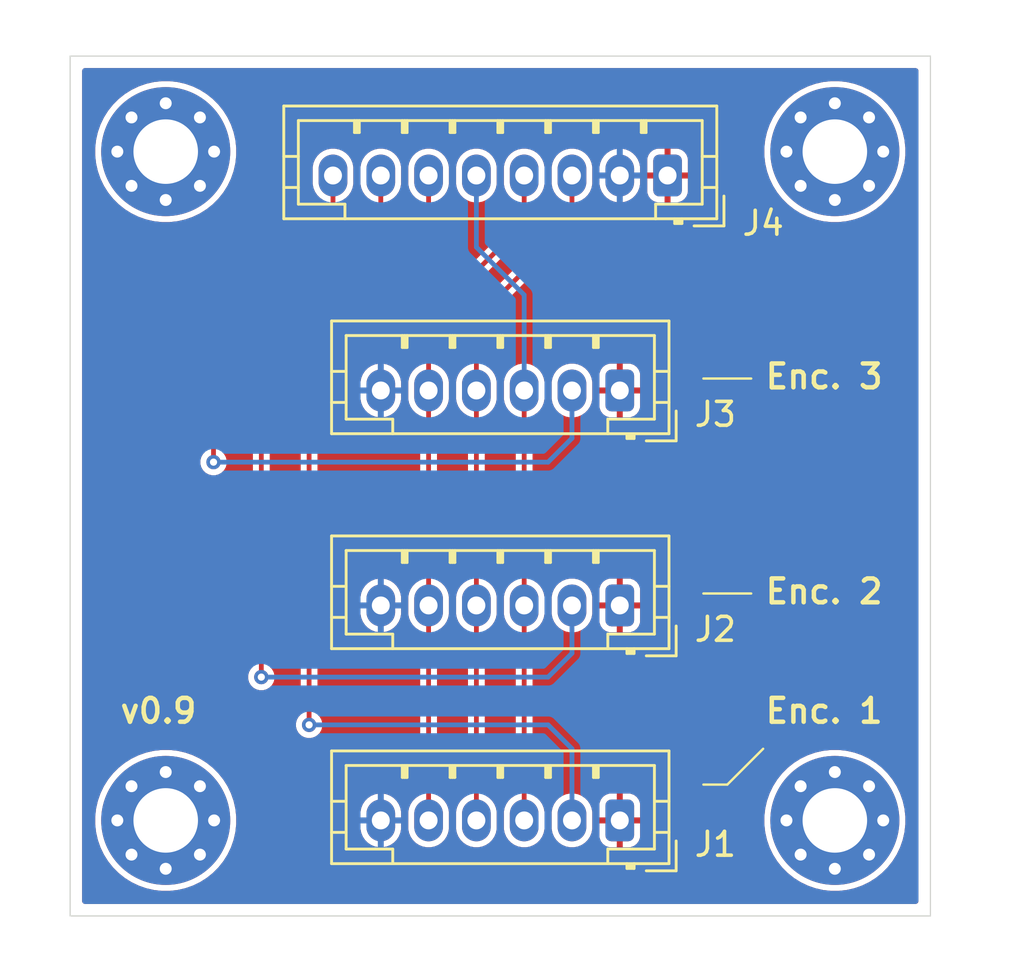
<source format=kicad_pcb>
(kicad_pcb (version 20241229) (generator "pcbnew") (generator_version "9.0")
  (layers (0 "F.Cu" signal) (2 "B.Cu" signal) (13 "F.Paste" user) (15 "B.Paste" user) (5 "F.SilkS" user "F.Silkscreen") (7 "B.SilkS" user "B.Silkscreen") (1 "F.Mask" user) (3 "B.Mask" user) (25 "Edge.Cuts" user))
  (net 0 "")
  (net 1 "/Encoder3_CS")
  (net 2 "+3.3V")
  (net 3 "/Encoder_MISO")
  (net 4 "GND")
  (net 5 "/Encoder2_CS")
  (net 6 "/Encoder1_CS")
  (net 7 "/Encoder_MOSI")
  (net 8 "/Encoder_SCK")
  (footprint "Connector_JST:JST_PH_B8B-PH-K_1x08_P2.00mm_Vertical" (layer "F.Cu") (at 159 79 180)
    (property "Reference" "J4" (at -4 -2 0) (layer "F.SilkS"))
    (property "Value" "Conn_01x08_Pin")
    (fp_line (start 16.06 2.91) (end 16.06 -1.81) (stroke (width 0.12)) (layer "F.SilkS"))
    (fp_line (start 16.06 0.8) (end 15.45 0.8) (stroke (width 0.12)) (layer "F.SilkS"))
    (fp_line (start 16.06 -0.5) (end 15.45 -0.5) (stroke (width 0.12)) (layer "F.SilkS"))
    (fp_line (start 16.06 -1.81) (end -2.06 -1.81) (stroke (width 0.12)) (layer "F.SilkS"))
    (fp_line (start 15.45 2.3) (end 15.45 -1.2) (stroke (width 0.12)) (layer "F.SilkS"))
    (fp_line (start 15.45 -1.2) (end 13.5 -1.2) (stroke (width 0.12)) (layer "F.SilkS"))
    (fp_line (start 13.5 -1.2) (end 13.5 -1.81) (stroke (width 0.12)) (layer "F.SilkS"))
    (fp_line (start 13.1 1.8) (end 13.1 2.3) (stroke (width 0.12)) (layer "F.SilkS"))
    (fp_line (start 13 2.3) (end 13 1.8) (stroke (width 0.12)) (layer "F.SilkS"))
    (fp_line (start 12.9 2.3) (end 12.9 1.8) (stroke (width 0.12)) (layer "F.SilkS"))
    (fp_line (start 12.9 1.8) (end 13.1 1.8) (stroke (width 0.12)) (layer "F.SilkS"))
    (fp_line (start 11.1 1.8) (end 11.1 2.3) (stroke (width 0.12)) (layer "F.SilkS"))
    (fp_line (start 11 2.3) (end 11 1.8) (stroke (width 0.12)) (layer "F.SilkS"))
    (fp_line (start 10.9 2.3) (end 10.9 1.8) (stroke (width 0.12)) (layer "F.SilkS"))
    (fp_line (start 10.9 1.8) (end 11.1 1.8) (stroke (width 0.12)) (layer "F.SilkS"))
    (fp_line (start 9.1 1.8) (end 9.1 2.3) (stroke (width 0.12)) (layer "F.SilkS"))
    (fp_line (start 9 2.3) (end 9 1.8) (stroke (width 0.12)) (layer "F.SilkS"))
    (fp_line (start 8.9 2.3) (end 8.9 1.8) (stroke (width 0.12)) (layer "F.SilkS"))
    (fp_line (start 8.9 1.8) (end 9.1 1.8) (stroke (width 0.12)) (layer "F.SilkS"))
    (fp_line (start 7.1 1.8) (end 7.1 2.3) (stroke (width 0.12)) (layer "F.SilkS"))
    (fp_line (start 7 2.3) (end 7 1.8) (stroke (width 0.12)) (layer "F.SilkS"))
    (fp_line (start 6.9 2.3) (end 6.9 1.8) (stroke (width 0.12)) (layer "F.SilkS"))
    (fp_line (start 6.9 1.8) (end 7.1 1.8) (stroke (width 0.12)) (layer "F.SilkS"))
    (fp_line (start 5.1 1.8) (end 5.1 2.3) (stroke (width 0.12)) (layer "F.SilkS"))
    (fp_line (start 5 2.3) (end 5 1.8) (stroke (width 0.12)) (layer "F.SilkS"))
    (fp_line (start 4.9 2.3) (end 4.9 1.8) (stroke (width 0.12)) (layer "F.SilkS"))
    (fp_line (start 4.9 1.8) (end 5.1 1.8) (stroke (width 0.12)) (layer "F.SilkS"))
    (fp_line (start 3.1 1.8) (end 3.1 2.3) (stroke (width 0.12)) (layer "F.SilkS"))
    (fp_line (start 3 2.3) (end 3 1.8) (stroke (width 0.12)) (layer "F.SilkS"))
    (fp_line (start 2.9 2.3) (end 2.9 1.8) (stroke (width 0.12)) (layer "F.SilkS"))
    (fp_line (start 2.9 1.8) (end 3.1 1.8) (stroke (width 0.12)) (layer "F.SilkS"))
    (fp_line (start 1.1 1.8) (end 1.1 2.3) (stroke (width 0.12)) (layer "F.SilkS"))
    (fp_line (start 1 2.3) (end 1 1.8) (stroke (width 0.12)) (layer "F.SilkS"))
    (fp_line (start 0.9 2.3) (end 0.9 1.8) (stroke (width 0.12)) (layer "F.SilkS"))
    (fp_line (start 0.9 1.8) (end 1.1 1.8) (stroke (width 0.12)) (layer "F.SilkS"))
    (fp_line (start 0.5 -1.2) (end -1.45 -1.2) (stroke (width 0.12)) (layer "F.SilkS"))
    (fp_line (start 0.5 -1.81) (end 0.5 -1.2) (stroke (width 0.12)) (layer "F.SilkS"))
    (fp_line (start -0.3 -1.81) (end -0.3 -2.01) (stroke (width 0.12)) (layer "F.SilkS"))
    (fp_line (start -0.3 -1.91) (end -0.6 -1.91) (stroke (width 0.12)) (layer "F.SilkS"))
    (fp_line (start -0.3 -2.01) (end -0.6 -2.01) (stroke (width 0.12)) (layer "F.SilkS"))
    (fp_line (start -0.6 -2.01) (end -0.6 -1.81) (stroke (width 0.12)) (layer "F.SilkS"))
    (fp_line (start -1.11 -2.11) (end -2.36 -2.11) (stroke (width 0.12)) (layer "F.SilkS"))
    (fp_line (start -1.45 2.3) (end 15.45 2.3) (stroke (width 0.12)) (layer "F.SilkS"))
    (fp_line (start -1.45 -1.2) (end -1.45 2.3) (stroke (width 0.12)) (layer "F.SilkS"))
    (fp_line (start -2.06 2.91) (end 16.06 2.91) (stroke (width 0.12)) (layer "F.SilkS"))
    (fp_line (start -2.06 0.8) (end -1.45 0.8) (stroke (width 0.12)) (layer "F.SilkS"))
    (fp_line (start -2.06 -0.5) (end -1.45 -0.5) (stroke (width 0.12)) (layer "F.SilkS"))
    (fp_line (start -2.06 -1.81) (end -2.06 2.91) (stroke (width 0.12)) (layer "F.SilkS"))
    (fp_line (start -2.36 -2.11) (end -2.36 -0.86) (stroke (width 0.12)) (layer "F.SilkS"))
    (pad "1" thru_hole roundrect (at 0 0 180) (size 1.2 1.75) (drill 0.75) (layers "*.Cu" "*.Mask") (roundrect_rratio 0.208333) (net 4 "GND"))
    (pad "2" thru_hole oval (at 2 0 180) (size 1.2 1.75) (drill 0.75) (layers "*.Cu" "*.Mask") (net 2 "+3.3V"))
    (pad "3" thru_hole oval (at 4 0 180) (size 1.2 1.75) (drill 0.75) (layers "*.Cu" "*.Mask") (net 7 "/Encoder_MOSI"))
    (pad "4" thru_hole oval (at 6 0 180) (size 1.2 1.75) (drill 0.75) (layers "*.Cu" "*.Mask") (net 3 "/Encoder_MISO"))
    (pad "5" thru_hole oval (at 8 0 180) (size 1.2 1.75) (drill 0.75) (layers "*.Cu" "*.Mask") (net 8 "/Encoder_SCK"))
    (pad "6" thru_hole oval (at 10 0 180) (size 1.2 1.75) (drill 0.75) (layers "*.Cu" "*.Mask") (net 6 "/Encoder1_CS"))
    (pad "7" thru_hole oval (at 12 0 180) (size 1.2 1.75) (drill 0.75) (layers "*.Cu" "*.Mask") (net 5 "/Encoder2_CS"))
    (pad "8" thru_hole oval (at 14 0 180) (size 1.2 1.75) (drill 0.75) (layers "*.Cu" "*.Mask") (net 1 "/Encoder3_CS"))
  )
  (footprint "MountingHole:MountingHole_2.7mm_M2.5_Pad_Via" (layer "F.Cu") (at 166 78)
    (property "Reference" "H2" (hide yes))
    (property "Value" "MountingHole_Pad")
    (pad "1" thru_hole circle (at -2.025 0) (size 0.8 0.8) (drill 0.5) (layers "*.Cu" "*.Mask"))
    (pad "1" thru_hole circle (at -1.431891 -1.431891) (size 0.8 0.8) (drill 0.5) (layers "*.Cu" "*.Mask"))
    (pad "1" thru_hole circle (at -1.431891 1.431891) (size 0.8 0.8) (drill 0.5) (layers "*.Cu" "*.Mask"))
    (pad "1" thru_hole circle (at 0 -2.025) (size 0.8 0.8) (drill 0.5) (layers "*.Cu" "*.Mask"))
    (pad "1" thru_hole circle (at 0 0) (size 5.4 5.4) (drill 2.7) (layers "*.Cu" "*.Mask"))
    (pad "1" thru_hole circle (at 0 2.025) (size 0.8 0.8) (drill 0.5) (layers "*.Cu" "*.Mask"))
    (pad "1" thru_hole circle (at 1.431891 -1.431891) (size 0.8 0.8) (drill 0.5) (layers "*.Cu" "*.Mask"))
    (pad "1" thru_hole circle (at 1.431891 1.431891) (size 0.8 0.8) (drill 0.5) (layers "*.Cu" "*.Mask"))
    (pad "1" thru_hole circle (at 2.025 0) (size 0.8 0.8) (drill 0.5) (layers "*.Cu" "*.Mask"))
  )
  (footprint "Connector_JST:JST_PH_B6B-PH-K_1x06_P2.00mm_Vertical" (layer "F.Cu") (at 157 88 180)
    (property "Reference" "J3" (at -4 -1 0) (layer "F.SilkS"))
    (property "Value" "Conn_01x06_Pin")
    (fp_line (start 12.06 2.91) (end 12.06 -1.81) (stroke (width 0.12)) (layer "F.SilkS"))
    (fp_line (start 12.06 0.8) (end 11.45 0.8) (stroke (width 0.12)) (layer "F.SilkS"))
    (fp_line (start 12.06 -0.5) (end 11.45 -0.5) (stroke (width 0.12)) (layer "F.SilkS"))
    (fp_line (start 12.06 -1.81) (end -2.06 -1.81) (stroke (width 0.12)) (layer "F.SilkS"))
    (fp_line (start 11.45 2.3) (end 11.45 -1.2) (stroke (width 0.12)) (layer "F.SilkS"))
    (fp_line (start 11.45 -1.2) (end 9.5 -1.2) (stroke (width 0.12)) (layer "F.SilkS"))
    (fp_line (start 9.5 -1.2) (end 9.5 -1.81) (stroke (width 0.12)) (layer "F.SilkS"))
    (fp_line (start 9.1 1.8) (end 9.1 2.3) (stroke (width 0.12)) (layer "F.SilkS"))
    (fp_line (start 9 2.3) (end 9 1.8) (stroke (width 0.12)) (layer "F.SilkS"))
    (fp_line (start 8.9 2.3) (end 8.9 1.8) (stroke (width 0.12)) (layer "F.SilkS"))
    (fp_line (start 8.9 1.8) (end 9.1 1.8) (stroke (width 0.12)) (layer "F.SilkS"))
    (fp_line (start 7.1 1.8) (end 7.1 2.3) (stroke (width 0.12)) (layer "F.SilkS"))
    (fp_line (start 7 2.3) (end 7 1.8) (stroke (width 0.12)) (layer "F.SilkS"))
    (fp_line (start 6.9 2.3) (end 6.9 1.8) (stroke (width 0.12)) (layer "F.SilkS"))
    (fp_line (start 6.9 1.8) (end 7.1 1.8) (stroke (width 0.12)) (layer "F.SilkS"))
    (fp_line (start 5.1 1.8) (end 5.1 2.3) (stroke (width 0.12)) (layer "F.SilkS"))
    (fp_line (start 5 2.3) (end 5 1.8) (stroke (width 0.12)) (layer "F.SilkS"))
    (fp_line (start 4.9 2.3) (end 4.9 1.8) (stroke (width 0.12)) (layer "F.SilkS"))
    (fp_line (start 4.9 1.8) (end 5.1 1.8) (stroke (width 0.12)) (layer "F.SilkS"))
    (fp_line (start 3.1 1.8) (end 3.1 2.3) (stroke (width 0.12)) (layer "F.SilkS"))
    (fp_line (start 3 2.3) (end 3 1.8) (stroke (width 0.12)) (layer "F.SilkS"))
    (fp_line (start 2.9 2.3) (end 2.9 1.8) (stroke (width 0.12)) (layer "F.SilkS"))
    (fp_line (start 2.9 1.8) (end 3.1 1.8) (stroke (width 0.12)) (layer "F.SilkS"))
    (fp_line (start 1.1 1.8) (end 1.1 2.3) (stroke (width 0.12)) (layer "F.SilkS"))
    (fp_line (start 1 2.3) (end 1 1.8) (stroke (width 0.12)) (layer "F.SilkS"))
    (fp_line (start 0.9 2.3) (end 0.9 1.8) (stroke (width 0.12)) (layer "F.SilkS"))
    (fp_line (start 0.9 1.8) (end 1.1 1.8) (stroke (width 0.12)) (layer "F.SilkS"))
    (fp_line (start 0.5 -1.2) (end -1.45 -1.2) (stroke (width 0.12)) (layer "F.SilkS"))
    (fp_line (start 0.5 -1.81) (end 0.5 -1.2) (stroke (width 0.12)) (layer "F.SilkS"))
    (fp_line (start -0.3 -1.81) (end -0.3 -2.01) (stroke (width 0.12)) (layer "F.SilkS"))
    (fp_line (start -0.3 -1.91) (end -0.6 -1.91) (stroke (width 0.12)) (layer "F.SilkS"))
    (fp_line (start -0.3 -2.01) (end -0.6 -2.01) (stroke (width 0.12)) (layer "F.SilkS"))
    (fp_line (start -0.6 -2.01) (end -0.6 -1.81) (stroke (width 0.12)) (layer "F.SilkS"))
    (fp_line (start -1.11 -2.11) (end -2.36 -2.11) (stroke (width 0.12)) (layer "F.SilkS"))
    (fp_line (start -1.45 2.3) (end 11.45 2.3) (stroke (width 0.12)) (layer "F.SilkS"))
    (fp_line (start -1.45 -1.2) (end -1.45 2.3) (stroke (width 0.12)) (layer "F.SilkS"))
    (fp_line (start -2.06 2.91) (end 12.06 2.91) (stroke (width 0.12)) (layer "F.SilkS"))
    (fp_line (start -2.06 0.8) (end -1.45 0.8) (stroke (width 0.12)) (layer "F.SilkS"))
    (fp_line (start -2.06 -0.5) (end -1.45 -0.5) (stroke (width 0.12)) (layer "F.SilkS"))
    (fp_line (start -2.06 -1.81) (end -2.06 2.91) (stroke (width 0.12)) (layer "F.SilkS"))
    (fp_line (start -2.36 -2.11) (end -2.36 -0.86) (stroke (width 0.12)) (layer "F.SilkS"))
    (pad "1" thru_hole roundrect (at 0 0 180) (size 1.2 1.75) (drill 0.75) (layers "*.Cu" "*.Mask") (roundrect_rratio 0.208333) (net 4 "GND"))
    (pad "2" thru_hole oval (at 2 0 180) (size 1.2 1.75) (drill 0.75) (layers "*.Cu" "*.Mask") (net 1 "/Encoder3_CS"))
    (pad "3" thru_hole oval (at 4 0 180) (size 1.2 1.75) (drill 0.75) (layers "*.Cu" "*.Mask") (net 8 "/Encoder_SCK"))
    (pad "4" thru_hole oval (at 6 0 180) (size 1.2 1.75) (drill 0.75) (layers "*.Cu" "*.Mask") (net 7 "/Encoder_MOSI"))
    (pad "5" thru_hole oval (at 8 0 180) (size 1.2 1.75) (drill 0.75) (layers "*.Cu" "*.Mask") (net 3 "/Encoder_MISO"))
    (pad "6" thru_hole oval (at 10 0 180) (size 1.2 1.75) (drill 0.75) (layers "*.Cu" "*.Mask") (net 2 "+3.3V"))
  )
  (footprint "MountingHole:MountingHole_2.7mm_M2.5_Pad_Via" (layer "F.Cu") (at 138 106)
    (property "Reference" "H3" (hide yes))
    (property "Value" "MountingHole_Pad")
    (pad "1" thru_hole circle (at -2.025 0) (size 0.8 0.8) (drill 0.5) (layers "*.Cu" "*.Mask"))
    (pad "1" thru_hole circle (at -1.431891 -1.431891) (size 0.8 0.8) (drill 0.5) (layers "*.Cu" "*.Mask"))
    (pad "1" thru_hole circle (at -1.431891 1.431891) (size 0.8 0.8) (drill 0.5) (layers "*.Cu" "*.Mask"))
    (pad "1" thru_hole circle (at 0 -2.025) (size 0.8 0.8) (drill 0.5) (layers "*.Cu" "*.Mask"))
    (pad "1" thru_hole circle (at 0 0) (size 5.4 5.4) (drill 2.7) (layers "*.Cu" "*.Mask"))
    (pad "1" thru_hole circle (at 0 2.025) (size 0.8 0.8) (drill 0.5) (layers "*.Cu" "*.Mask"))
    (pad "1" thru_hole circle (at 1.431891 -1.431891) (size 0.8 0.8) (drill 0.5) (layers "*.Cu" "*.Mask"))
    (pad "1" thru_hole circle (at 1.431891 1.431891) (size 0.8 0.8) (drill 0.5) (layers "*.Cu" "*.Mask"))
    (pad "1" thru_hole circle (at 2.025 0) (size 0.8 0.8) (drill 0.5) (layers "*.Cu" "*.Mask"))
  )
  (footprint "MountingHole:MountingHole_2.7mm_M2.5_Pad_Via" (layer "F.Cu") (at 138 78)
    (property "Reference" "H1" (hide yes))
    (property "Value" "MountingHole_Pad")
    (pad "1" thru_hole circle (at -2.025 0) (size 0.8 0.8) (drill 0.5) (layers "*.Cu" "*.Mask"))
    (pad "1" thru_hole circle (at -1.431891 -1.431891) (size 0.8 0.8) (drill 0.5) (layers "*.Cu" "*.Mask"))
    (pad "1" thru_hole circle (at -1.431891 1.431891) (size 0.8 0.8) (drill 0.5) (layers "*.Cu" "*.Mask"))
    (pad "1" thru_hole circle (at 0 -2.025) (size 0.8 0.8) (drill 0.5) (layers "*.Cu" "*.Mask"))
    (pad "1" thru_hole circle (at 0 0) (size 5.4 5.4) (drill 2.7) (layers "*.Cu" "*.Mask"))
    (pad "1" thru_hole circle (at 0 2.025) (size 0.8 0.8) (drill 0.5) (layers "*.Cu" "*.Mask"))
    (pad "1" thru_hole circle (at 1.431891 -1.431891) (size 0.8 0.8) (drill 0.5) (layers "*.Cu" "*.Mask"))
    (pad "1" thru_hole circle (at 1.431891 1.431891) (size 0.8 0.8) (drill 0.5) (layers "*.Cu" "*.Mask"))
    (pad "1" thru_hole circle (at 2.025 0) (size 0.8 0.8) (drill 0.5) (layers "*.Cu" "*.Mask"))
  )
  (footprint "Connector_JST:JST_PH_B6B-PH-K_1x06_P2.00mm_Vertical" (layer "F.Cu") (at 157 97 180)
    (property "Reference" "J2" (at -4 -1 0) (layer "F.SilkS"))
    (property "Value" "Conn_01x06_Pin")
    (fp_line (start 12.06 2.91) (end 12.06 -1.81) (stroke (width 0.12)) (layer "F.SilkS"))
    (fp_line (start 12.06 0.8) (end 11.45 0.8) (stroke (width 0.12)) (layer "F.SilkS"))
    (fp_line (start 12.06 -0.5) (end 11.45 -0.5) (stroke (width 0.12)) (layer "F.SilkS"))
    (fp_line (start 12.06 -1.81) (end -2.06 -1.81) (stroke (width 0.12)) (layer "F.SilkS"))
    (fp_line (start 11.45 2.3) (end 11.45 -1.2) (stroke (width 0.12)) (layer "F.SilkS"))
    (fp_line (start 11.45 -1.2) (end 9.5 -1.2) (stroke (width 0.12)) (layer "F.SilkS"))
    (fp_line (start 9.5 -1.2) (end 9.5 -1.81) (stroke (width 0.12)) (layer "F.SilkS"))
    (fp_line (start 9.1 1.8) (end 9.1 2.3) (stroke (width 0.12)) (layer "F.SilkS"))
    (fp_line (start 9 2.3) (end 9 1.8) (stroke (width 0.12)) (layer "F.SilkS"))
    (fp_line (start 8.9 2.3) (end 8.9 1.8) (stroke (width 0.12)) (layer "F.SilkS"))
    (fp_line (start 8.9 1.8) (end 9.1 1.8) (stroke (width 0.12)) (layer "F.SilkS"))
    (fp_line (start 7.1 1.8) (end 7.1 2.3) (stroke (width 0.12)) (layer "F.SilkS"))
    (fp_line (start 7 2.3) (end 7 1.8) (stroke (width 0.12)) (layer "F.SilkS"))
    (fp_line (start 6.9 2.3) (end 6.9 1.8) (stroke (width 0.12)) (layer "F.SilkS"))
    (fp_line (start 6.9 1.8) (end 7.1 1.8) (stroke (width 0.12)) (layer "F.SilkS"))
    (fp_line (start 5.1 1.8) (end 5.1 2.3) (stroke (width 0.12)) (layer "F.SilkS"))
    (fp_line (start 5 2.3) (end 5 1.8) (stroke (width 0.12)) (layer "F.SilkS"))
    (fp_line (start 4.9 2.3) (end 4.9 1.8) (stroke (width 0.12)) (layer "F.SilkS"))
    (fp_line (start 4.9 1.8) (end 5.1 1.8) (stroke (width 0.12)) (layer "F.SilkS"))
    (fp_line (start 3.1 1.8) (end 3.1 2.3) (stroke (width 0.12)) (layer "F.SilkS"))
    (fp_line (start 3 2.3) (end 3 1.8) (stroke (width 0.12)) (layer "F.SilkS"))
    (fp_line (start 2.9 2.3) (end 2.9 1.8) (stroke (width 0.12)) (layer "F.SilkS"))
    (fp_line (start 2.9 1.8) (end 3.1 1.8) (stroke (width 0.12)) (layer "F.SilkS"))
    (fp_line (start 1.1 1.8) (end 1.1 2.3) (stroke (width 0.12)) (layer "F.SilkS"))
    (fp_line (start 1 2.3) (end 1 1.8) (stroke (width 0.12)) (layer "F.SilkS"))
    (fp_line (start 0.9 2.3) (end 0.9 1.8) (stroke (width 0.12)) (layer "F.SilkS"))
    (fp_line (start 0.9 1.8) (end 1.1 1.8) (stroke (width 0.12)) (layer "F.SilkS"))
    (fp_line (start 0.5 -1.2) (end -1.45 -1.2) (stroke (width 0.12)) (layer "F.SilkS"))
    (fp_line (start 0.5 -1.81) (end 0.5 -1.2) (stroke (width 0.12)) (layer "F.SilkS"))
    (fp_line (start -0.3 -1.81) (end -0.3 -2.01) (stroke (width 0.12)) (layer "F.SilkS"))
    (fp_line (start -0.3 -1.91) (end -0.6 -1.91) (stroke (width 0.12)) (layer "F.SilkS"))
    (fp_line (start -0.3 -2.01) (end -0.6 -2.01) (stroke (width 0.12)) (layer "F.SilkS"))
    (fp_line (start -0.6 -2.01) (end -0.6 -1.81) (stroke (width 0.12)) (layer "F.SilkS"))
    (fp_line (start -1.11 -2.11) (end -2.36 -2.11) (stroke (width 0.12)) (layer "F.SilkS"))
    (fp_line (start -1.45 2.3) (end 11.45 2.3) (stroke (width 0.12)) (layer "F.SilkS"))
    (fp_line (start -1.45 -1.2) (end -1.45 2.3) (stroke (width 0.12)) (layer "F.SilkS"))
    (fp_line (start -2.06 2.91) (end 12.06 2.91) (stroke (width 0.12)) (layer "F.SilkS"))
    (fp_line (start -2.06 0.8) (end -1.45 0.8) (stroke (width 0.12)) (layer "F.SilkS"))
    (fp_line (start -2.06 -0.5) (end -1.45 -0.5) (stroke (width 0.12)) (layer "F.SilkS"))
    (fp_line (start -2.06 -1.81) (end -2.06 2.91) (stroke (width 0.12)) (layer "F.SilkS"))
    (fp_line (start -2.36 -2.11) (end -2.36 -0.86) (stroke (width 0.12)) (layer "F.SilkS"))
    (pad "1" thru_hole roundrect (at 0 0 180) (size 1.2 1.75) (drill 0.75) (layers "*.Cu" "*.Mask") (roundrect_rratio 0.208333) (net 4 "GND"))
    (pad "2" thru_hole oval (at 2 0 180) (size 1.2 1.75) (drill 0.75) (layers "*.Cu" "*.Mask") (net 5 "/Encoder2_CS"))
    (pad "3" thru_hole oval (at 4 0 180) (size 1.2 1.75) (drill 0.75) (layers "*.Cu" "*.Mask") (net 8 "/Encoder_SCK"))
    (pad "4" thru_hole oval (at 6 0 180) (size 1.2 1.75) (drill 0.75) (layers "*.Cu" "*.Mask") (net 7 "/Encoder_MOSI"))
    (pad "5" thru_hole oval (at 8 0 180) (size 1.2 1.75) (drill 0.75) (layers "*.Cu" "*.Mask") (net 3 "/Encoder_MISO"))
    (pad "6" thru_hole oval (at 10 0 180) (size 1.2 1.75) (drill 0.75) (layers "*.Cu" "*.Mask") (net 2 "+3.3V"))
  )
  (footprint "MountingHole:MountingHole_2.7mm_M2.5_Pad_Via" (layer "F.Cu") (at 166 106)
    (property "Reference" "H4" (hide yes))
    (property "Value" "MountingHole_Pad")
    (pad "1" thru_hole circle (at -2.025 0) (size 0.8 0.8) (drill 0.5) (layers "*.Cu" "*.Mask"))
    (pad "1" thru_hole circle (at -1.431891 -1.431891) (size 0.8 0.8) (drill 0.5) (layers "*.Cu" "*.Mask"))
    (pad "1" thru_hole circle (at -1.431891 1.431891) (size 0.8 0.8) (drill 0.5) (layers "*.Cu" "*.Mask"))
    (pad "1" thru_hole circle (at 0 -2.025) (size 0.8 0.8) (drill 0.5) (layers "*.Cu" "*.Mask"))
    (pad "1" thru_hole circle (at 0 0) (size 5.4 5.4) (drill 2.7) (layers "*.Cu" "*.Mask"))
    (pad "1" thru_hole circle (at 0 2.025) (size 0.8 0.8) (drill 0.5) (layers "*.Cu" "*.Mask"))
    (pad "1" thru_hole circle (at 1.431891 -1.431891) (size 0.8 0.8) (drill 0.5) (layers "*.Cu" "*.Mask"))
    (pad "1" thru_hole circle (at 1.431891 1.431891) (size 0.8 0.8) (drill 0.5) (layers "*.Cu" "*.Mask"))
    (pad "1" thru_hole circle (at 2.025 0) (size 0.8 0.8) (drill 0.5) (layers "*.Cu" "*.Mask"))
  )
  (footprint "Connector_JST:JST_PH_B6B-PH-K_1x06_P2.00mm_Vertical" (layer "F.Cu") (at 157 106 180)
    (property "Reference" "J1" (at -4 -1 0) (layer "F.SilkS"))
    (property "Value" "Conn_01x06_Pin")
    (fp_line (start 12.06 2.91) (end 12.06 -1.81) (stroke (width 0.12)) (layer "F.SilkS"))
    (fp_line (start 12.06 0.8) (end 11.45 0.8) (stroke (width 0.12)) (layer "F.SilkS"))
    (fp_line (start 12.06 -0.5) (end 11.45 -0.5) (stroke (width 0.12)) (layer "F.SilkS"))
    (fp_line (start 12.06 -1.81) (end -2.06 -1.81) (stroke (width 0.12)) (layer "F.SilkS"))
    (fp_line (start 11.45 2.3) (end 11.45 -1.2) (stroke (width 0.12)) (layer "F.SilkS"))
    (fp_line (start 11.45 -1.2) (end 9.5 -1.2) (stroke (width 0.12)) (layer "F.SilkS"))
    (fp_line (start 9.5 -1.2) (end 9.5 -1.81) (stroke (width 0.12)) (layer "F.SilkS"))
    (fp_line (start 9.1 1.8) (end 9.1 2.3) (stroke (width 0.12)) (layer "F.SilkS"))
    (fp_line (start 9 2.3) (end 9 1.8) (stroke (width 0.12)) (layer "F.SilkS"))
    (fp_line (start 8.9 2.3) (end 8.9 1.8) (stroke (width 0.12)) (layer "F.SilkS"))
    (fp_line (start 8.9 1.8) (end 9.1 1.8) (stroke (width 0.12)) (layer "F.SilkS"))
    (fp_line (start 7.1 1.8) (end 7.1 2.3) (stroke (width 0.12)) (layer "F.SilkS"))
    (fp_line (start 7 2.3) (end 7 1.8) (stroke (width 0.12)) (layer "F.SilkS"))
    (fp_line (start 6.9 2.3) (end 6.9 1.8) (stroke (width 0.12)) (layer "F.SilkS"))
    (fp_line (start 6.9 1.8) (end 7.1 1.8) (stroke (width 0.12)) (layer "F.SilkS"))
    (fp_line (start 5.1 1.8) (end 5.1 2.3) (stroke (width 0.12)) (layer "F.SilkS"))
    (fp_line (start 5 2.3) (end 5 1.8) (stroke (width 0.12)) (layer "F.SilkS"))
    (fp_line (start 4.9 2.3) (end 4.9 1.8) (stroke (width 0.12)) (layer "F.SilkS"))
    (fp_line (start 4.9 1.8) (end 5.1 1.8) (stroke (width 0.12)) (layer "F.SilkS"))
    (fp_line (start 3.1 1.8) (end 3.1 2.3) (stroke (width 0.12)) (layer "F.SilkS"))
    (fp_line (start 3 2.3) (end 3 1.8) (stroke (width 0.12)) (layer "F.SilkS"))
    (fp_line (start 2.9 2.3) (end 2.9 1.8) (stroke (width 0.12)) (layer "F.SilkS"))
    (fp_line (start 2.9 1.8) (end 3.1 1.8) (stroke (width 0.12)) (layer "F.SilkS"))
    (fp_line (start 1.1 1.8) (end 1.1 2.3) (stroke (width 0.12)) (layer "F.SilkS"))
    (fp_line (start 1 2.3) (end 1 1.8) (stroke (width 0.12)) (layer "F.SilkS"))
    (fp_line (start 0.9 2.3) (end 0.9 1.8) (stroke (width 0.12)) (layer "F.SilkS"))
    (fp_line (start 0.9 1.8) (end 1.1 1.8) (stroke (width 0.12)) (layer "F.SilkS"))
    (fp_line (start 0.5 -1.2) (end -1.45 -1.2) (stroke (width 0.12)) (layer "F.SilkS"))
    (fp_line (start 0.5 -1.81) (end 0.5 -1.2) (stroke (width 0.12)) (layer "F.SilkS"))
    (fp_line (start -0.3 -1.81) (end -0.3 -2.01) (stroke (width 0.12)) (layer "F.SilkS"))
    (fp_line (start -0.3 -1.91) (end -0.6 -1.91) (stroke (width 0.12)) (layer "F.SilkS"))
    (fp_line (start -0.3 -2.01) (end -0.6 -2.01) (stroke (width 0.12)) (layer "F.SilkS"))
    (fp_line (start -0.6 -2.01) (end -0.6 -1.81) (stroke (width 0.12)) (layer "F.SilkS"))
    (fp_line (start -1.11 -2.11) (end -2.36 -2.11) (stroke (width 0.12)) (layer "F.SilkS"))
    (fp_line (start -1.45 2.3) (end 11.45 2.3) (stroke (width 0.12)) (layer "F.SilkS"))
    (fp_line (start -1.45 -1.2) (end -1.45 2.3) (stroke (width 0.12)) (layer "F.SilkS"))
    (fp_line (start -2.06 2.91) (end 12.06 2.91) (stroke (width 0.12)) (layer "F.SilkS"))
    (fp_line (start -2.06 0.8) (end -1.45 0.8) (stroke (width 0.12)) (layer "F.SilkS"))
    (fp_line (start -2.06 -0.5) (end -1.45 -0.5) (stroke (width 0.12)) (layer "F.SilkS"))
    (fp_line (start -2.06 -1.81) (end -2.06 2.91) (stroke (width 0.12)) (layer "F.SilkS"))
    (fp_line (start -2.36 -2.11) (end -2.36 -0.86) (stroke (width 0.12)) (layer "F.SilkS"))
    (pad "1" thru_hole roundrect (at 0 0 180) (size 1.2 1.75) (drill 0.75) (layers "*.Cu" "*.Mask") (roundrect_rratio 0.208333) (net 4 "GND"))
    (pad "2" thru_hole oval (at 2 0 180) (size 1.2 1.75) (drill 0.75) (layers "*.Cu" "*.Mask") (net 6 "/Encoder1_CS"))
    (pad "3" thru_hole oval (at 4 0 180) (size 1.2 1.75) (drill 0.75) (layers "*.Cu" "*.Mask") (net 8 "/Encoder_SCK"))
    (pad "4" thru_hole oval (at 6 0 180) (size 1.2 1.75) (drill 0.75) (layers "*.Cu" "*.Mask") (net 7 "/Encoder_MOSI"))
    (pad "5" thru_hole oval (at 8 0 180) (size 1.2 1.75) (drill 0.75) (layers "*.Cu" "*.Mask") (net 3 "/Encoder_MISO"))
    (pad "6" thru_hole oval (at 10 0 180) (size 1.2 1.75) (drill 0.75) (layers "*.Cu" "*.Mask") (net 2 "+3.3V"))
  )
  (gr_line (start 160.5 96.5) (end 162.5 96.5) (stroke (width 0.1)) (layer "F.SilkS"))
  (gr_line (start 161.5 104.5) (end 163 103) (stroke (width 0.1)) (layer "F.SilkS"))
  (gr_line (start 160.5 104.5) (end 161.5 104.5) (stroke (width 0.1)) (layer "F.SilkS"))
  (gr_line (start 160.5 87.5) (end 162.5 87.5) (stroke (width 0.1)) (layer "F.SilkS"))
  (gr_line (start 170 74) (end 170 110) (stroke (width 0.05)) (layer "Edge.Cuts"))
  (gr_line (start 134 110) (end 134 74) (stroke (width 0.05)) (layer "Edge.Cuts"))
  (gr_line (start 170 110) (end 134 110) (stroke (width 0.05)) (layer "Edge.Cuts"))
  (gr_line (start 134 74) (end 170 74) (stroke (width 0.05)) (layer "Edge.Cuts"))
  (gr_text "Enc. 2" (at 163 97 0) (layer "F.SilkS") (effects (font (size 1 1) (thickness 0.1875)) (justify left bottom)))
  (gr_text "v0.9" (at 136 102 0) (layer "F.SilkS") (effects (font (size 1 1) (thickness 0.1875) (bold yes)) (justify left bottom)))
  (gr_text "Enc. 1" (at 163 102 0) (layer "F.SilkS") (effects (font (size 1 1) (thickness 0.1875)) (justify left bottom)))
  (gr_text "Enc. 3" (at 163 88 0) (layer "F.SilkS") (effects (font (size 1 1) (thickness 0.1875)) (justify left bottom)))
  (segment (start 140 86) (end 145 81) (width 0.2) (layer "F.Cu") (net 1))
  (segment (start 145 81) (end 145 79) (width 0.2) (layer "F.Cu") (net 1))
  (segment (start 140 91) (end 140 86) (width 0.2) (layer "F.Cu") (net 1))
  (via (at 140 91) (size 0.6) (drill 0.3) (layers "F.Cu" "B.Cu") (net 1))
  (segment (start 155 90) (end 155 88) (width 0.2) (layer "B.Cu") (net 1))
  (segment (start 140 91) (end 154 91) (width 0.2) (layer "B.Cu") (net 1))
  (segment (start 154 91) (end 155 90) (width 0.2) (layer "B.Cu") (net 1))
  (segment (start 153 81) (end 149 85) (width 0.2) (layer "F.Cu") (net 3))
  (segment (start 153 79) (end 153 81) (width 0.2) (layer "F.Cu") (net 3))
  (segment (start 149 97) (end 149 106) (width 0.2) (layer "F.Cu") (net 3))
  (segment (start 149 85) (end 149 88) (width 0.2) (layer "F.Cu") (net 3))
  (segment (start 149 88) (end 149 97) (width 0.2) (layer "F.Cu") (net 3))
  (segment (start 142 100) (end 142 86) (width 0.2) (layer "F.Cu") (net 5))
  (segment (start 142 86) (end 147 81) (width 0.2) (layer "F.Cu") (net 5))
  (segment (start 147 81) (end 147 79) (width 0.2) (layer "F.Cu") (net 5))
  (via (at 142 100) (size 0.6) (drill 0.3) (layers "F.Cu" "B.Cu") (net 5))
  (segment (start 154 100) (end 155 99) (width 0.2) (layer "B.Cu") (net 5))
  (segment (start 155 99) (end 155 97) (width 0.2) (layer "B.Cu") (net 5))
  (segment (start 142 100) (end 154 100) (width 0.2) (layer "B.Cu") (net 5))
  (segment (start 149 79) (end 149 81) (width 0.2) (layer "F.Cu") (net 6))
  (segment (start 149 81) (end 144 86) (width 0.2) (layer "F.Cu") (net 6))
  (segment (start 144 101) (end 144 102) (width 0.2) (layer "F.Cu") (net 6))
  (segment (start 144 86) (end 144 101) (width 0.2) (layer "F.Cu") (net 6))
  (via (at 144 102) (size 0.6) (drill 0.3) (layers "F.Cu" "B.Cu") (net 6))
  (segment (start 144 102) (end 154 102) (width 0.2) (layer "B.Cu") (net 6))
  (segment (start 154 102) (end 155 103) (width 0.2) (layer "B.Cu") (net 6))
  (segment (start 155 103) (end 155 106) (width 0.2) (layer "B.Cu") (net 6))
  (segment (start 155 79) (end 155 81) (width 0.2) (layer "F.Cu") (net 7))
  (segment (start 151 97) (end 151 88) (width 0.2) (layer "F.Cu") (net 7))
  (segment (start 151 85) (end 151 88) (width 0.2) (layer "F.Cu") (net 7))
  (segment (start 151 106) (end 151 97) (width 0.2) (layer "F.Cu") (net 7))
  (segment (start 155 81) (end 151 85) (width 0.2) (layer "F.Cu") (net 7))
  (segment (start 153 88) (end 153 97) (width 0.2) (layer "F.Cu") (net 8))
  (segment (start 153 97) (end 153 106) (width 0.2) (layer "F.Cu") (net 8))
  (segment (start 151 82) (end 153 84) (width 0.2) (layer "B.Cu") (net 8))
  (segment (start 151 79) (end 151 82) (width 0.2) (layer "B.Cu") (net 8))
  (segment (start 153 84) (end 153 88) (width 0.2) (layer "B.Cu") (net 8))
  (zone (net 4) (net_name "GND") (layer "F.Cu") (connect_pads (clearance 0.25)) (min_thickness 0.25) (fill yes (thermal_gap 0.25) (thermal_bridge_width 0.25))
    (polygon (pts (xy 134.5 74.5) (xy 169.5 74.5) (xy 169.5 109.5) (xy 134.5 109.5)))
  )
  (zone (net 2) (net_name "+3.3V") (layer "B.Cu") (priority 1) (connect_pads (clearance 0.25)) (min_thickness 0.25) (fill yes (thermal_gap 0.25) (thermal_bridge_width 0.25))
    (polygon (pts (xy 134.5 74.5) (xy 169.5 74.5) (xy 169.5 109.5) (xy 134.5 109.5)))
  )
)
</source>
